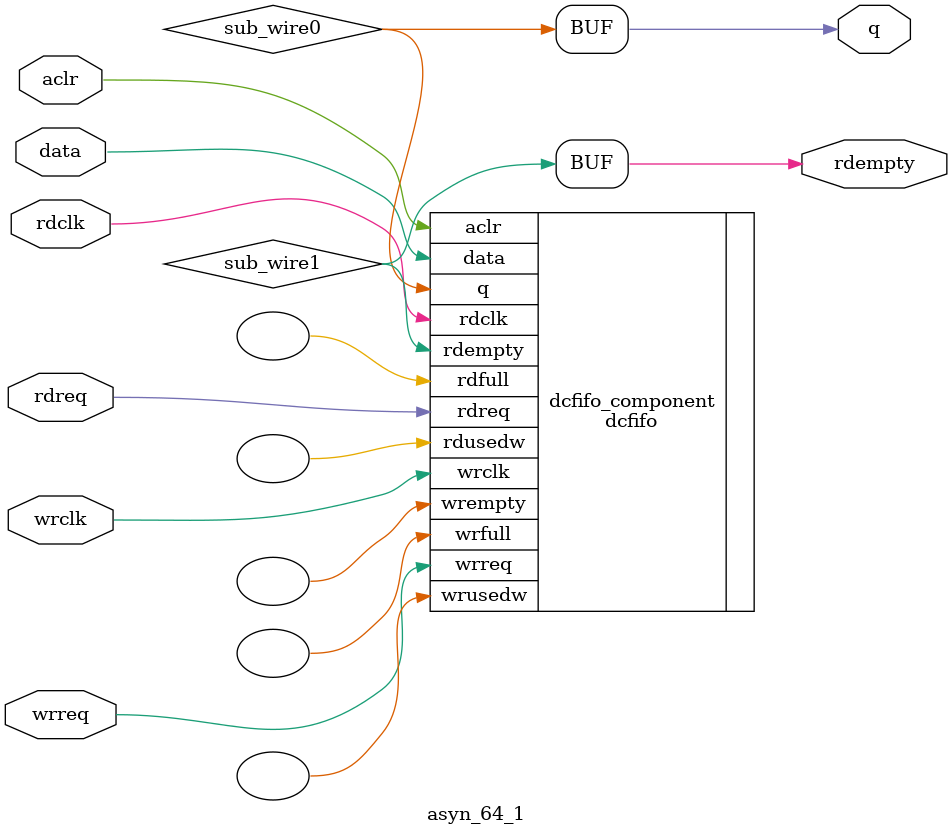
<source format=v>
module asyn_64_1 (
	aclr,
	data,
	rdclk,
	rdreq,
	wrclk,
	wrreq,
	q,
	rdempty);
	input	  aclr;
	input	[0:0]  data;
	input	  rdclk;
	input	  rdreq;
	input	  wrclk;
	input	  wrreq;
	output	[0:0]  q;
	output	  rdempty;
`ifndef ALTERA_RESERVED_QIS
// synopsys translate_off
`endif
	tri0	  aclr;
`ifndef ALTERA_RESERVED_QIS
// synopsys translate_on
`endif
	wire [0:0] sub_wire0;
	wire  sub_wire1;
	wire [0:0] q = sub_wire0[0:0];
	wire  rdempty = sub_wire1;
	dcfifo	dcfifo_component (
				.aclr (aclr),
				.data (data),
				.rdclk (rdclk),
				.rdreq (rdreq),
				.wrclk (wrclk),
				.wrreq (wrreq),
				.q (sub_wire0),
				.rdempty (sub_wire1),
				.rdfull (),
				.rdusedw (),
				.wrempty (),
				.wrfull (),
				.wrusedw ());
	defparam
		dcfifo_component.intended_device_family = "Stratix V",
		dcfifo_component.lpm_numwords = 64,
		dcfifo_component.lpm_showahead = "ON",
		dcfifo_component.lpm_type = "dcfifo",
		dcfifo_component.lpm_width = 1,
		dcfifo_component.lpm_widthu = 6,
		dcfifo_component.overflow_checking = "ON",
		dcfifo_component.rdsync_delaypipe = 5,
		dcfifo_component.read_aclr_synch = "OFF",
		dcfifo_component.underflow_checking = "ON",
		dcfifo_component.use_eab = "ON",
		dcfifo_component.write_aclr_synch = "OFF",
		dcfifo_component.wrsync_delaypipe = 5;
endmodule
</source>
